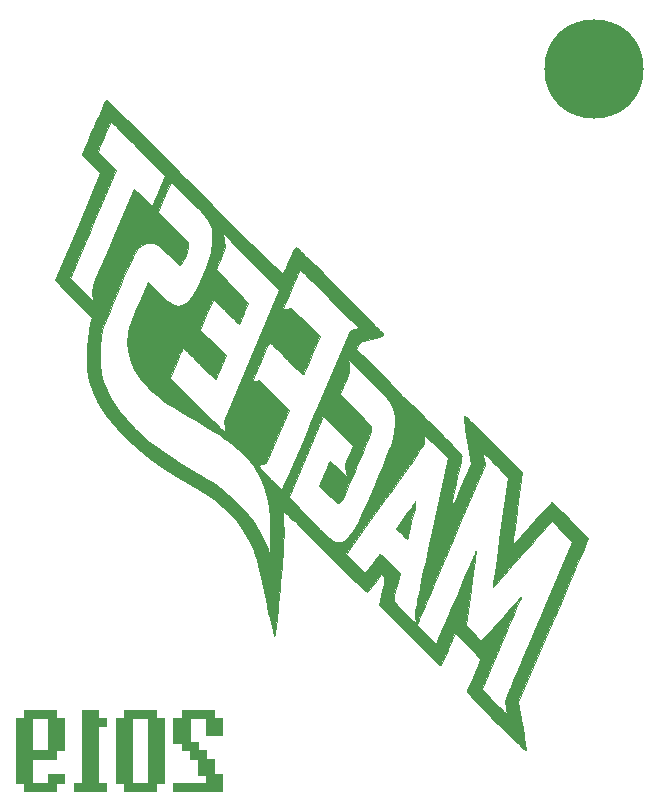
<source format=gbs>
G04 #@! TF.FileFunction,Soldermask,Bot*
%FSLAX46Y46*%
G04 Gerber Fmt 4.6, Leading zero omitted, Abs format (unit mm)*
G04 Created by KiCad (PCBNEW 4.0.2+dfsg1-stable) date Sun 09 Sep 2018 02:34:44 AM EDT*
%MOMM*%
G01*
G04 APERTURE LIST*
%ADD10C,0.100000*%
%ADD11C,0.010000*%
%ADD12C,8.400000*%
G04 APERTURE END LIST*
D10*
D11*
G36*
X91622571Y-91962285D02*
X90933142Y-91962285D01*
X90933142Y-94030571D01*
X91622571Y-94030571D01*
X91622571Y-94683714D01*
X92312000Y-94683714D01*
X92312000Y-95373142D01*
X93001428Y-95373142D01*
X93001428Y-96752000D01*
X93654571Y-96752000D01*
X93654571Y-97405142D01*
X90933142Y-97405142D01*
X90933142Y-98094571D01*
X95033428Y-98094571D01*
X95033428Y-96715714D01*
X94344000Y-96715714D01*
X94344000Y-95373142D01*
X93690857Y-95373142D01*
X93690857Y-94683714D01*
X93001428Y-94683714D01*
X93001428Y-93994285D01*
X92312000Y-93994285D01*
X92312000Y-91962285D01*
X93654571Y-91962285D01*
X93654571Y-93341142D01*
X95033428Y-93341142D01*
X95033428Y-91962285D01*
X94344000Y-91962285D01*
X94344000Y-91272857D01*
X91622571Y-91272857D01*
X91622571Y-91962285D01*
X91622571Y-91962285D01*
G37*
X91622571Y-91962285D02*
X90933142Y-91962285D01*
X90933142Y-94030571D01*
X91622571Y-94030571D01*
X91622571Y-94683714D01*
X92312000Y-94683714D01*
X92312000Y-95373142D01*
X93001428Y-95373142D01*
X93001428Y-96752000D01*
X93654571Y-96752000D01*
X93654571Y-97405142D01*
X90933142Y-97405142D01*
X90933142Y-98094571D01*
X95033428Y-98094571D01*
X95033428Y-96715714D01*
X94344000Y-96715714D01*
X94344000Y-95373142D01*
X93690857Y-95373142D01*
X93690857Y-94683714D01*
X93001428Y-94683714D01*
X93001428Y-93994285D01*
X92312000Y-93994285D01*
X92312000Y-91962285D01*
X93654571Y-91962285D01*
X93654571Y-93341142D01*
X95033428Y-93341142D01*
X95033428Y-91962285D01*
X94344000Y-91962285D01*
X94344000Y-91272857D01*
X91622571Y-91272857D01*
X91622571Y-91962285D01*
G36*
X86724000Y-91962285D02*
X86034571Y-91962285D01*
X86034571Y-97405142D01*
X86724000Y-97405142D01*
X86724000Y-98094571D01*
X89445428Y-98094571D01*
X89445428Y-97405142D01*
X90134857Y-97405142D01*
X90134857Y-91962285D01*
X89445428Y-91962285D01*
X88756000Y-91962285D01*
X88756000Y-97405142D01*
X87413428Y-97405142D01*
X87413428Y-91962285D01*
X88756000Y-91962285D01*
X89445428Y-91962285D01*
X89445428Y-91272857D01*
X86724000Y-91272857D01*
X86724000Y-91962285D01*
X86724000Y-91962285D01*
G37*
X86724000Y-91962285D02*
X86034571Y-91962285D01*
X86034571Y-97405142D01*
X86724000Y-97405142D01*
X86724000Y-98094571D01*
X89445428Y-98094571D01*
X89445428Y-97405142D01*
X90134857Y-97405142D01*
X90134857Y-91962285D01*
X89445428Y-91962285D01*
X88756000Y-91962285D01*
X88756000Y-97405142D01*
X87413428Y-97405142D01*
X87413428Y-91962285D01*
X88756000Y-91962285D01*
X89445428Y-91962285D01*
X89445428Y-91272857D01*
X86724000Y-91272857D01*
X86724000Y-91962285D01*
G36*
X83204285Y-97405142D02*
X82514857Y-97405142D01*
X82514857Y-98094571D01*
X85236285Y-98094571D01*
X85236285Y-97405142D01*
X84546857Y-97405142D01*
X84546857Y-92651714D01*
X85236285Y-92651714D01*
X85236285Y-91962285D01*
X84546857Y-91962285D01*
X84546857Y-91272857D01*
X83204285Y-91272857D01*
X83204285Y-97405142D01*
X83204285Y-97405142D01*
G37*
X83204285Y-97405142D02*
X82514857Y-97405142D01*
X82514857Y-98094571D01*
X85236285Y-98094571D01*
X85236285Y-97405142D01*
X84546857Y-97405142D01*
X84546857Y-92651714D01*
X85236285Y-92651714D01*
X85236285Y-91962285D01*
X84546857Y-91962285D01*
X84546857Y-91272857D01*
X83204285Y-91272857D01*
X83204285Y-97405142D01*
G36*
X78269428Y-91962285D02*
X77580000Y-91962285D01*
X77580000Y-97405142D01*
X78269428Y-97405142D01*
X78269428Y-98094571D01*
X80990857Y-98094571D01*
X80990857Y-97405142D01*
X81680285Y-97405142D01*
X81680285Y-96715714D01*
X80301428Y-96715714D01*
X80301428Y-97405142D01*
X78958857Y-97405142D01*
X78958857Y-95373142D01*
X80990857Y-95373142D01*
X80990857Y-94683714D01*
X81680285Y-94683714D01*
X81680285Y-91962285D01*
X80990857Y-91962285D01*
X80301428Y-91962285D01*
X80301428Y-94683714D01*
X78958857Y-94683714D01*
X78958857Y-91962285D01*
X80301428Y-91962285D01*
X80990857Y-91962285D01*
X80990857Y-91272857D01*
X78269428Y-91272857D01*
X78269428Y-91962285D01*
X78269428Y-91962285D01*
G37*
X78269428Y-91962285D02*
X77580000Y-91962285D01*
X77580000Y-97405142D01*
X78269428Y-97405142D01*
X78269428Y-98094571D01*
X80990857Y-98094571D01*
X80990857Y-97405142D01*
X81680285Y-97405142D01*
X81680285Y-96715714D01*
X80301428Y-96715714D01*
X80301428Y-97405142D01*
X78958857Y-97405142D01*
X78958857Y-95373142D01*
X80990857Y-95373142D01*
X80990857Y-94683714D01*
X81680285Y-94683714D01*
X81680285Y-91962285D01*
X80990857Y-91962285D01*
X80301428Y-91962285D01*
X80301428Y-94683714D01*
X78958857Y-94683714D01*
X78958857Y-91962285D01*
X80301428Y-91962285D01*
X80990857Y-91962285D01*
X80990857Y-91272857D01*
X78269428Y-91272857D01*
X78269428Y-91962285D01*
G36*
X124126996Y-74795113D02*
X123773128Y-74449284D01*
X123463997Y-74152652D01*
X123212917Y-73917807D01*
X123033208Y-73757329D01*
X122938185Y-73683806D01*
X122928223Y-73680578D01*
X122864486Y-73737269D01*
X122717465Y-73889930D01*
X122499355Y-74125212D01*
X122222353Y-74429766D01*
X121898650Y-74790243D01*
X121540442Y-75193295D01*
X121372578Y-75383483D01*
X120997680Y-75808518D01*
X120647825Y-76203988D01*
X120336116Y-76555168D01*
X120075663Y-76847334D01*
X119879575Y-77065758D01*
X119760957Y-77195717D01*
X119738232Y-77219538D01*
X119704669Y-77235123D01*
X119684451Y-77194703D01*
X119678634Y-77087664D01*
X119688274Y-76903396D01*
X119714427Y-76631284D01*
X119758152Y-76260716D01*
X119820503Y-75781081D01*
X119902538Y-75181765D01*
X120005312Y-74452156D01*
X120033249Y-74256004D01*
X120477417Y-71142692D01*
X118103641Y-68770488D01*
X117617551Y-68286361D01*
X117160662Y-67834476D01*
X116743599Y-67425115D01*
X116376988Y-67068562D01*
X116071455Y-66775101D01*
X115837624Y-66555013D01*
X115686121Y-66418585D01*
X115629373Y-66375902D01*
X115526033Y-66413189D01*
X115502661Y-66464596D01*
X115507073Y-66563473D01*
X115532885Y-66785507D01*
X115577259Y-67110753D01*
X115637359Y-67519264D01*
X115710347Y-67991094D01*
X115791624Y-68495587D01*
X116106809Y-70415502D01*
X115314663Y-72276169D01*
X115106824Y-72759638D01*
X114915221Y-73196359D01*
X114747624Y-73569331D01*
X114611803Y-73861558D01*
X114515527Y-74056042D01*
X114466567Y-74135784D01*
X114464148Y-74136837D01*
X114442840Y-74138962D01*
X114427105Y-74135476D01*
X114419669Y-74111587D01*
X114423257Y-74052503D01*
X114440591Y-73943431D01*
X114474396Y-73769581D01*
X114527394Y-73516161D01*
X114602312Y-73168377D01*
X114701872Y-72711438D01*
X114828798Y-72130554D01*
X114859398Y-71990458D01*
X114975268Y-71455762D01*
X115080817Y-70960854D01*
X115172009Y-70525284D01*
X115244809Y-70168605D01*
X115295179Y-69910369D01*
X115319083Y-69770126D01*
X115320371Y-69757354D01*
X115316870Y-69712332D01*
X115295539Y-69656386D01*
X115247903Y-69580421D01*
X115165486Y-69475335D01*
X115039815Y-69332032D01*
X114862414Y-69141417D01*
X114624808Y-68894389D01*
X114318521Y-68581851D01*
X113935080Y-68194708D01*
X113466007Y-67723859D01*
X112902830Y-67160208D01*
X112875459Y-67132837D01*
X112352770Y-66612013D01*
X111872674Y-66137301D01*
X111443878Y-65717090D01*
X111075091Y-65359765D01*
X110775023Y-65073719D01*
X110552380Y-64867338D01*
X110415872Y-64749011D01*
X110374344Y-64723546D01*
X110309795Y-64699344D01*
X110206177Y-64571799D01*
X110180686Y-64532336D01*
X110095475Y-64426072D01*
X109920110Y-64231282D01*
X109667576Y-63961558D01*
X109350858Y-63630497D01*
X108982939Y-63251694D01*
X108576804Y-62838746D01*
X108229528Y-62489354D01*
X106426116Y-60683494D01*
X106701076Y-60068755D01*
X107672433Y-59828896D01*
X108029390Y-59734792D01*
X108333817Y-59643279D01*
X108558604Y-59563351D01*
X108676640Y-59504009D01*
X108686923Y-59492185D01*
X108681241Y-59459126D01*
X108641897Y-59396082D01*
X108562536Y-59296448D01*
X108436795Y-59153617D01*
X108258314Y-58960986D01*
X108020734Y-58711948D01*
X107717694Y-58399898D01*
X107342835Y-58018230D01*
X106889796Y-57560340D01*
X106352218Y-57019622D01*
X105723741Y-56389472D01*
X105057761Y-55723036D01*
X104350978Y-55016583D01*
X103739466Y-54406266D01*
X103216143Y-53885308D01*
X102773929Y-53446934D01*
X102405741Y-53084368D01*
X102104499Y-52790835D01*
X101863122Y-52559560D01*
X101674527Y-52383766D01*
X101531634Y-52256680D01*
X101427362Y-52171524D01*
X101354629Y-52121523D01*
X101306353Y-52099902D01*
X101275455Y-52099886D01*
X101272377Y-52101103D01*
X101205308Y-52182582D01*
X101095688Y-52373588D01*
X100956297Y-52649464D01*
X100799915Y-52985555D01*
X100720541Y-53165713D01*
X100563339Y-53528560D01*
X100423263Y-53850851D01*
X100311951Y-54105887D01*
X100241040Y-54266967D01*
X100224939Y-54302712D01*
X100213440Y-54315853D01*
X100192025Y-54316722D01*
X100155762Y-54300503D01*
X100099719Y-54262385D01*
X100018964Y-54197551D01*
X99908565Y-54101189D01*
X99763591Y-53968484D01*
X99579107Y-53794623D01*
X99350183Y-53574791D01*
X99071888Y-53304175D01*
X98739288Y-52977960D01*
X98347452Y-52591332D01*
X97891447Y-52139478D01*
X97366342Y-51617584D01*
X96767205Y-51020835D01*
X96089103Y-50344418D01*
X95327104Y-49583518D01*
X94476277Y-48733322D01*
X93531689Y-47789015D01*
X92721813Y-46979191D01*
X91679338Y-45936968D01*
X90734698Y-44993143D01*
X89883338Y-44143241D01*
X89120700Y-43382790D01*
X88442227Y-42707317D01*
X87843362Y-42112348D01*
X87319550Y-41593411D01*
X86866232Y-41146031D01*
X86478854Y-40765737D01*
X86152856Y-40448055D01*
X85883684Y-40188512D01*
X85666779Y-39982635D01*
X85497586Y-39825951D01*
X85371547Y-39713986D01*
X85284107Y-39642268D01*
X85230706Y-39606323D01*
X85206791Y-39601678D01*
X85206554Y-39601902D01*
X85163523Y-39681884D01*
X85072621Y-39876272D01*
X84942205Y-40165664D01*
X84780630Y-40530657D01*
X84596253Y-40951848D01*
X84397430Y-41409835D01*
X84192517Y-41885215D01*
X83989868Y-42358583D01*
X83797843Y-42810539D01*
X83624794Y-43221680D01*
X83479080Y-43572600D01*
X83369056Y-43843900D01*
X83303077Y-44016175D01*
X83294014Y-44042833D01*
X83225544Y-44256601D01*
X84747873Y-45778930D01*
X82813376Y-50335875D01*
X80878880Y-54892821D01*
X82456685Y-56497734D01*
X84034489Y-58102647D01*
X83889946Y-58613975D01*
X83758939Y-59194236D01*
X83660101Y-59871875D01*
X83596573Y-60602058D01*
X83571496Y-61339950D01*
X83588014Y-62040719D01*
X83621428Y-62445096D01*
X83797921Y-63389016D01*
X84116467Y-64336598D01*
X84574149Y-65284439D01*
X85168054Y-66229132D01*
X85895261Y-67167273D01*
X86752855Y-68095457D01*
X87737920Y-69010279D01*
X88847539Y-69908334D01*
X90078794Y-70786217D01*
X91428769Y-71640523D01*
X91570535Y-71724733D01*
X92002773Y-71980228D01*
X92456409Y-72248723D01*
X92890410Y-72505907D01*
X93263739Y-72727470D01*
X93433128Y-72828186D01*
X94464889Y-73523662D01*
X95395261Y-74319646D01*
X96218876Y-75210124D01*
X96930363Y-76189085D01*
X97524351Y-77250516D01*
X97676338Y-77578489D01*
X97760045Y-77797028D01*
X97856350Y-78105421D01*
X97967493Y-78512637D01*
X98095714Y-79027644D01*
X98243253Y-79659410D01*
X98412353Y-80416903D01*
X98586186Y-81219891D01*
X98725593Y-81867068D01*
X98857249Y-82470172D01*
X98977799Y-83014418D01*
X99083891Y-83485026D01*
X99172169Y-83867217D01*
X99239279Y-84146207D01*
X99281866Y-84307216D01*
X99294550Y-84341376D01*
X99342421Y-84443181D01*
X99386886Y-84617825D01*
X99387862Y-84623125D01*
X99437239Y-84870159D01*
X99473341Y-84977203D01*
X99502161Y-84948129D01*
X99529693Y-84786801D01*
X99537816Y-84719936D01*
X99568358Y-84501061D01*
X99598994Y-84349482D01*
X99614383Y-84309817D01*
X99628525Y-84231586D01*
X99652694Y-84025281D01*
X99685461Y-83707515D01*
X99725396Y-83294903D01*
X99771072Y-82804063D01*
X99821061Y-82251607D01*
X99873933Y-81654150D01*
X99928262Y-81028308D01*
X99982618Y-80390697D01*
X100035574Y-79757931D01*
X100085701Y-79146624D01*
X100097672Y-78997028D01*
X99047939Y-77947296D01*
X99015774Y-77942585D01*
X98968213Y-77835919D01*
X98895197Y-77620100D01*
X98696281Y-77107154D01*
X98417669Y-76526595D01*
X98079036Y-75916611D01*
X97733530Y-75365471D01*
X97543181Y-75088331D01*
X97354319Y-74837374D01*
X97143754Y-74585779D01*
X96888304Y-74306726D01*
X96564780Y-73973391D01*
X96304857Y-73712774D01*
X95880215Y-73297450D01*
X95499790Y-72945945D01*
X95137018Y-72638680D01*
X94765326Y-72356076D01*
X94358148Y-72078554D01*
X93888914Y-71786535D01*
X93331056Y-71460441D01*
X92972037Y-71256771D01*
X91476095Y-70365787D01*
X90099760Y-69443109D01*
X88818231Y-68471640D01*
X88257839Y-68007172D01*
X87997109Y-67767467D01*
X87675223Y-67445114D01*
X87320864Y-67071461D01*
X86962722Y-66677856D01*
X86629480Y-66295646D01*
X86349825Y-65956178D01*
X86198136Y-65756352D01*
X85675307Y-64967063D01*
X85273543Y-64214238D01*
X84983903Y-63469795D01*
X84797451Y-62705653D01*
X84705250Y-61893727D01*
X84697213Y-61040152D01*
X84736729Y-60321375D01*
X84809709Y-59700579D01*
X84923410Y-59132990D01*
X85085087Y-58573833D01*
X85107795Y-58505947D01*
X85200858Y-58250821D01*
X85340571Y-57893600D01*
X85351588Y-57866376D01*
X84126433Y-56641221D01*
X83159005Y-55679291D01*
X82191576Y-54717361D01*
X82300256Y-54434094D01*
X82347276Y-54318842D01*
X82446133Y-54082243D01*
X82591683Y-53736441D01*
X82778782Y-53293580D01*
X83002285Y-52765804D01*
X83257050Y-52165255D01*
X83537933Y-51504078D01*
X83839789Y-50794416D01*
X84157474Y-50048414D01*
X84238632Y-49857974D01*
X86068329Y-45565122D01*
X85295303Y-44789491D01*
X84522277Y-44013861D01*
X84598761Y-43808108D01*
X84656934Y-43661554D01*
X84754835Y-43425256D01*
X84881116Y-43125605D01*
X85024431Y-42788992D01*
X85173432Y-42441811D01*
X85316774Y-42110451D01*
X85443108Y-41821304D01*
X85541087Y-41600762D01*
X85599366Y-41475217D01*
X85609800Y-41456548D01*
X85664553Y-41501009D01*
X85811326Y-41638207D01*
X86039753Y-41857997D01*
X86339473Y-42150240D01*
X86700121Y-42504793D01*
X87111331Y-42911513D01*
X87562740Y-43360258D01*
X87938675Y-43735525D01*
X90242601Y-46039451D01*
X89727700Y-47243629D01*
X89560120Y-47635483D01*
X89411047Y-47983941D01*
X89290375Y-48265887D01*
X89208002Y-48458198D01*
X89174841Y-48535409D01*
X89132946Y-48545515D01*
X89035161Y-48487159D01*
X88869811Y-48350862D01*
X88625217Y-48127144D01*
X88356451Y-47870966D01*
X87576020Y-47118920D01*
X85799345Y-51294871D01*
X85436002Y-52148817D01*
X85125273Y-52880514D01*
X84863275Y-53501404D01*
X84646123Y-54022935D01*
X84469935Y-54456551D01*
X84330825Y-54813698D01*
X84224913Y-55105820D01*
X84148312Y-55344362D01*
X84097140Y-55540771D01*
X84067513Y-55706491D01*
X84055547Y-55852966D01*
X84057359Y-55991644D01*
X84069066Y-56133968D01*
X84086783Y-56291384D01*
X84091098Y-56329148D01*
X84126433Y-56641221D01*
X85351588Y-57866376D01*
X85518762Y-57453266D01*
X85727260Y-56948796D01*
X85957894Y-56399169D01*
X86202494Y-55823363D01*
X86452887Y-55240359D01*
X86700904Y-54669133D01*
X86938371Y-54128666D01*
X87157120Y-53637936D01*
X87348978Y-53215922D01*
X87505775Y-52881603D01*
X87619339Y-52653957D01*
X87654431Y-52590921D01*
X87965158Y-52155896D01*
X88295316Y-51862752D01*
X88649360Y-51709004D01*
X89031747Y-51692164D01*
X89204315Y-51725956D01*
X89317549Y-51764269D01*
X89438511Y-51828588D01*
X89585801Y-51933618D01*
X89778016Y-52094068D01*
X90033755Y-52324643D01*
X90371614Y-52640051D01*
X90430530Y-52695591D01*
X91382114Y-53593432D01*
X91541995Y-53466470D01*
X91676887Y-53304727D01*
X91822680Y-53044687D01*
X91961135Y-52730241D01*
X92074019Y-52405277D01*
X92143094Y-52113687D01*
X92155655Y-51989523D01*
X92165389Y-51656973D01*
X90884929Y-50376513D01*
X89604469Y-49096054D01*
X90152666Y-47822541D01*
X90700863Y-46549029D01*
X92181002Y-48001903D01*
X92709867Y-48525591D01*
X93141311Y-48967655D01*
X93484782Y-49344685D01*
X93749730Y-49673267D01*
X93945602Y-49969989D01*
X94081845Y-50251440D01*
X94167911Y-50534207D01*
X94213246Y-50834877D01*
X94227299Y-51170040D01*
X94219519Y-51556282D01*
X94218649Y-51579233D01*
X94195932Y-51911088D01*
X94149069Y-52229592D01*
X94069374Y-52573921D01*
X93948166Y-52983251D01*
X93824586Y-53357081D01*
X93594442Y-53988341D01*
X93339085Y-54609742D01*
X93071171Y-55195057D01*
X92803355Y-55718058D01*
X92548293Y-56152518D01*
X92325358Y-56464153D01*
X91990074Y-56794676D01*
X91648452Y-56982077D01*
X91294949Y-57028370D01*
X90974400Y-56955802D01*
X90828878Y-56893205D01*
X90683565Y-56810243D01*
X90517868Y-56690746D01*
X90311196Y-56518544D01*
X90042955Y-56277466D01*
X89692552Y-55951340D01*
X89678579Y-55938217D01*
X88739156Y-55055734D01*
X88057444Y-56661675D01*
X87796370Y-57279975D01*
X87587332Y-57784427D01*
X87423695Y-58193935D01*
X87298821Y-58527408D01*
X87206076Y-58803750D01*
X87138825Y-59041869D01*
X87090430Y-59260672D01*
X87054258Y-59479064D01*
X87044890Y-59546641D01*
X87022683Y-60147953D01*
X87100724Y-60814312D01*
X87271881Y-61513111D01*
X87529024Y-62211741D01*
X87712580Y-62599803D01*
X87855863Y-62851461D01*
X88032936Y-63105944D01*
X88266756Y-63393071D01*
X88580279Y-63742662D01*
X88651407Y-63819308D01*
X88964137Y-64145089D01*
X89268956Y-64438460D01*
X89584196Y-64712678D01*
X89928193Y-64981004D01*
X90319284Y-65256695D01*
X90775802Y-65553014D01*
X91316082Y-65883217D01*
X91958460Y-66260566D01*
X92297602Y-66456105D01*
X93065729Y-66899714D01*
X93721406Y-67285289D01*
X94280049Y-67623471D01*
X94757079Y-67924897D01*
X95167914Y-68200205D01*
X95527974Y-68460034D01*
X95852676Y-68715024D01*
X96157439Y-68975810D01*
X96457683Y-69253034D01*
X96715770Y-69504495D01*
X97057042Y-69846820D01*
X97314629Y-70116096D01*
X97510611Y-70338677D01*
X97667066Y-70540916D01*
X97806072Y-70749167D01*
X97926466Y-70949678D01*
X98304151Y-71671244D01*
X98604520Y-72413767D01*
X98832412Y-73198941D01*
X98992668Y-74048458D01*
X99090128Y-74984009D01*
X99129633Y-76027289D01*
X99130953Y-76347708D01*
X99127339Y-76787685D01*
X99119329Y-77186143D01*
X99107820Y-77516923D01*
X99093716Y-77753866D01*
X99078552Y-77868833D01*
X99047939Y-77947296D01*
X100097672Y-78997028D01*
X100131570Y-78573393D01*
X100171754Y-78054853D01*
X100204825Y-77607617D01*
X100229355Y-77248301D01*
X100243913Y-76993520D01*
X100244579Y-76978720D01*
X100256119Y-76527909D01*
X100256640Y-76013594D01*
X100246502Y-75516965D01*
X100237141Y-75292738D01*
X100221530Y-74955541D01*
X100211990Y-74673308D01*
X100209310Y-74476476D01*
X100213879Y-74396214D01*
X100268055Y-74434500D01*
X100412601Y-74564434D01*
X100635663Y-74774618D01*
X100925391Y-75053658D01*
X101269933Y-75390158D01*
X101657438Y-75772725D01*
X101992844Y-76106719D01*
X102846792Y-76959882D01*
X103604267Y-77715777D01*
X104271149Y-78380048D01*
X104853319Y-78958337D01*
X105356654Y-79456288D01*
X105787035Y-79879542D01*
X106150342Y-80233744D01*
X106452454Y-80524534D01*
X106699251Y-80757558D01*
X106896612Y-80938457D01*
X107050416Y-81072873D01*
X107166545Y-81166451D01*
X107250877Y-81224832D01*
X107309292Y-81253660D01*
X107347668Y-81258577D01*
X107357751Y-81255562D01*
X107439611Y-81181021D01*
X107582267Y-81015875D01*
X107763858Y-80788825D01*
X107962517Y-80528570D01*
X108156382Y-80263811D01*
X108323588Y-80023248D01*
X108442270Y-79835580D01*
X108450277Y-79821457D01*
X108513541Y-79761128D01*
X108605010Y-79804958D01*
X108682495Y-79878864D01*
X108743549Y-79950298D01*
X108780320Y-80030870D01*
X108791078Y-80144076D01*
X108774095Y-80313408D01*
X108727640Y-80562363D01*
X108649985Y-80914434D01*
X108585758Y-81193311D01*
X108321186Y-82335127D01*
X110885489Y-84926039D01*
X111474353Y-85520287D01*
X111969866Y-86018469D01*
X112380125Y-86428323D01*
X112713225Y-86757585D01*
X112977262Y-87013993D01*
X113180331Y-87205285D01*
X113330527Y-87339197D01*
X113435948Y-87423466D01*
X113504687Y-87465830D01*
X113544842Y-87474027D01*
X113549805Y-87472407D01*
X113607662Y-87394454D01*
X113710208Y-87203313D01*
X113847247Y-86920165D01*
X114008580Y-86566185D01*
X114184009Y-86162550D01*
X114208963Y-86103641D01*
X114768106Y-84779419D01*
X115837337Y-85820853D01*
X116159173Y-86138007D01*
X116442068Y-86423834D01*
X116670514Y-86662078D01*
X116829000Y-86836489D01*
X116902019Y-86930809D01*
X116905102Y-86939934D01*
X116877113Y-87028011D01*
X116800029Y-87227274D01*
X116682748Y-87515860D01*
X116534168Y-87871901D01*
X116363190Y-88273534D01*
X116347864Y-88309175D01*
X116174378Y-88716890D01*
X116021832Y-89084032D01*
X115899370Y-89387890D01*
X115816134Y-89605751D01*
X115781265Y-89714901D01*
X115780876Y-89717844D01*
X115800704Y-89769446D01*
X115870911Y-89866109D01*
X115998516Y-90015231D01*
X116190538Y-90224216D01*
X116453997Y-90500464D01*
X116795911Y-90851377D01*
X117223301Y-91284356D01*
X117743185Y-91806803D01*
X118111774Y-92175629D01*
X118596626Y-92658900D01*
X119053778Y-93112078D01*
X119472260Y-93524470D01*
X119841103Y-93885378D01*
X120149336Y-94184105D01*
X120385991Y-94409953D01*
X120540094Y-94552227D01*
X120596764Y-94598795D01*
X120739640Y-94681248D01*
X120742765Y-94452793D01*
X120731734Y-94319492D01*
X120699072Y-94065632D01*
X120648112Y-93713634D01*
X120582191Y-93285920D01*
X120533601Y-92984537D01*
X119128803Y-91579739D01*
X119069119Y-91542691D01*
X118924727Y-91415678D01*
X118711278Y-91213594D01*
X118444423Y-90951331D01*
X118139812Y-90643780D01*
X118069864Y-90572116D01*
X117049236Y-89523704D01*
X118695269Y-85648705D01*
X118995529Y-84940664D01*
X119278123Y-84271987D01*
X119538037Y-83654693D01*
X119770259Y-83100796D01*
X119969775Y-82622312D01*
X120131572Y-82231259D01*
X120250636Y-81939652D01*
X120321957Y-81759506D01*
X120341302Y-81703182D01*
X120301667Y-81712911D01*
X120199992Y-81813965D01*
X120113605Y-81916260D01*
X120001551Y-82047938D01*
X119807256Y-82267765D01*
X119547182Y-82557475D01*
X119237793Y-82898802D01*
X118895550Y-83273480D01*
X118630627Y-83561680D01*
X118277121Y-83946397D01*
X117946435Y-84308541D01*
X117654502Y-84630489D01*
X117417252Y-84894617D01*
X117250619Y-85083296D01*
X117181026Y-85165367D01*
X116986708Y-85407233D01*
X115681265Y-84099501D01*
X116099578Y-81064084D01*
X116208307Y-80275895D01*
X116298722Y-79620527D01*
X116372003Y-79086973D01*
X116429327Y-78664225D01*
X116471874Y-78341278D01*
X116500821Y-78107122D01*
X116517349Y-77950751D01*
X116522636Y-77861160D01*
X116517860Y-77827340D01*
X116504199Y-77838284D01*
X116482834Y-77882983D01*
X116454942Y-77950434D01*
X116425454Y-78020984D01*
X116374033Y-78141121D01*
X116271551Y-78381444D01*
X116123707Y-78728555D01*
X115936202Y-79169057D01*
X115714739Y-79689551D01*
X115465015Y-80276641D01*
X115192736Y-80916928D01*
X114903599Y-81597016D01*
X114750568Y-81957029D01*
X114458901Y-82642515D01*
X114184044Y-83287108D01*
X113931257Y-83878571D01*
X113705796Y-84404671D01*
X113512918Y-84853170D01*
X113357883Y-85211836D01*
X113245946Y-85468430D01*
X113182365Y-85610719D01*
X113169721Y-85636045D01*
X113111139Y-85597806D01*
X112968844Y-85472860D01*
X112760906Y-85277975D01*
X112505392Y-85029922D01*
X112341773Y-84867557D01*
X111543555Y-84069340D01*
X111565280Y-84014090D01*
X111433631Y-83882441D01*
X111372720Y-83846220D01*
X111227084Y-83721989D01*
X111013666Y-83525325D01*
X110749409Y-83271805D01*
X110479525Y-83005310D01*
X110148146Y-82671925D01*
X109907300Y-82423255D01*
X109743350Y-82242947D01*
X109642657Y-82114648D01*
X109591584Y-82022004D01*
X109576493Y-81948664D01*
X109577273Y-81923452D01*
X109598091Y-81795842D01*
X109646272Y-81556811D01*
X109715491Y-81236116D01*
X109799424Y-80863517D01*
X109837777Y-80697701D01*
X110084802Y-79638076D01*
X109251872Y-78803245D01*
X108922719Y-78477235D01*
X108680602Y-78247378D01*
X108513721Y-78103540D01*
X108410270Y-78035585D01*
X108358451Y-78033379D01*
X108357027Y-78034787D01*
X108294178Y-78116793D01*
X108166616Y-78293537D01*
X107991992Y-78540249D01*
X107787957Y-78832158D01*
X107755579Y-78878784D01*
X107511547Y-79222920D01*
X107334217Y-79454228D01*
X107214430Y-79583628D01*
X107143028Y-79622033D01*
X107133873Y-79619812D01*
X107056758Y-79556881D01*
X106899516Y-79408159D01*
X106681990Y-79193083D01*
X106424020Y-78931088D01*
X106298797Y-78801788D01*
X105545893Y-78020361D01*
X106113254Y-77230610D01*
X105628128Y-76745485D01*
X105477159Y-76889076D01*
X105349478Y-76971552D01*
X105210469Y-77018267D01*
X105126103Y-77036098D01*
X104939028Y-77065007D01*
X104772822Y-77066640D01*
X104611015Y-77030383D01*
X104437137Y-76945623D01*
X104234715Y-76801746D01*
X103987279Y-76588142D01*
X103678360Y-76294193D01*
X103291485Y-75909291D01*
X103139350Y-75755906D01*
X102756194Y-75366050D01*
X102361861Y-74959803D01*
X101983840Y-74565844D01*
X101649623Y-74212845D01*
X101386701Y-73929482D01*
X101356048Y-73895789D01*
X100721580Y-73196048D01*
X100723518Y-73191483D01*
X100134700Y-72602666D01*
X100077159Y-72562698D01*
X99933426Y-72434386D01*
X99719294Y-72232663D01*
X99450559Y-71972453D01*
X99143015Y-71668689D01*
X99079475Y-71605260D01*
X98768938Y-71291934D01*
X98499064Y-71014280D01*
X98284777Y-70788101D01*
X98140998Y-70629196D01*
X98082650Y-70553368D01*
X98082510Y-70549596D01*
X98095349Y-70544159D01*
X95318650Y-67767460D01*
X95261546Y-67726151D01*
X95112545Y-67591855D01*
X94882007Y-67374592D01*
X94580289Y-67084383D01*
X94217746Y-66731248D01*
X93804741Y-66325209D01*
X93351628Y-65876285D01*
X92954383Y-65480167D01*
X90626655Y-63152440D01*
X91121714Y-61979736D01*
X91286749Y-61589444D01*
X91435145Y-61239714D01*
X91556476Y-60955018D01*
X91640317Y-60759830D01*
X91673558Y-60684214D01*
X91696219Y-60652970D01*
X91733910Y-60648736D01*
X91798474Y-60681861D01*
X91901752Y-60762690D01*
X92055590Y-60901572D01*
X92271830Y-61108854D01*
X92562314Y-61394885D01*
X92938887Y-61770010D01*
X93095700Y-61926751D01*
X93459398Y-62287680D01*
X93789528Y-62610007D01*
X94072389Y-62880780D01*
X94294278Y-63087046D01*
X94441491Y-63215854D01*
X94500250Y-63254327D01*
X94540637Y-63177337D01*
X94625574Y-62990684D01*
X94744268Y-62718881D01*
X94885921Y-62386441D01*
X94955279Y-62221198D01*
X95371114Y-61225851D01*
X93196883Y-59051620D01*
X93725051Y-57811971D01*
X93893288Y-57416915D01*
X94041863Y-57067673D01*
X94161415Y-56786272D01*
X94242588Y-56594743D01*
X94275888Y-56515443D01*
X94331242Y-56547311D01*
X94473237Y-56668569D01*
X94686719Y-56865148D01*
X94956531Y-57122979D01*
X95267518Y-57427992D01*
X95385955Y-57545959D01*
X95761880Y-57919342D01*
X96048239Y-58197265D01*
X96255734Y-58389211D01*
X96395068Y-58504663D01*
X96476943Y-58553105D01*
X96512061Y-58544017D01*
X96512135Y-58543848D01*
X96554253Y-58445732D01*
X96641042Y-58242938D01*
X96760183Y-57964273D01*
X96899354Y-57638547D01*
X96911343Y-57610478D01*
X97271768Y-56766614D01*
X95894845Y-55362402D01*
X94517920Y-53958189D01*
X94915951Y-53028916D01*
X95313980Y-52099644D01*
X95211364Y-51501592D01*
X95108748Y-50903542D01*
X97498679Y-53320159D01*
X99888611Y-55736777D01*
X95188803Y-66806376D01*
X95271997Y-67266701D01*
X95309574Y-67509473D01*
X95325899Y-67690803D01*
X95318650Y-67767460D01*
X98095349Y-70544159D01*
X98164020Y-70515081D01*
X98338096Y-70460453D01*
X98449636Y-70429222D01*
X98787413Y-70338197D01*
X100696585Y-65832902D01*
X98203647Y-63339963D01*
X97912878Y-63414938D01*
X97735078Y-63443775D01*
X97633739Y-63427174D01*
X97624568Y-63408865D01*
X97652931Y-63310904D01*
X97729371Y-63107252D01*
X97844351Y-62820052D01*
X97988331Y-62471450D01*
X98151773Y-62083591D01*
X98325140Y-61678620D01*
X98498893Y-61278679D01*
X98663495Y-60905915D01*
X98809405Y-60582471D01*
X98927087Y-60330494D01*
X99007003Y-60172127D01*
X99037871Y-60127638D01*
X99102608Y-60176990D01*
X99255739Y-60316244D01*
X99483509Y-60532194D01*
X99772160Y-60811631D01*
X100107935Y-61141350D01*
X100477075Y-61508143D01*
X100504701Y-61535758D01*
X100921786Y-61952137D01*
X101248349Y-62275629D01*
X101496029Y-62516448D01*
X101676468Y-62684802D01*
X101801304Y-62790907D01*
X101882180Y-62844973D01*
X101930734Y-62857210D01*
X101958608Y-62837833D01*
X101968304Y-62819755D01*
X102011840Y-62719265D01*
X102103313Y-62505966D01*
X102233851Y-62200613D01*
X102394588Y-61823963D01*
X102576655Y-61396771D01*
X102674966Y-61165892D01*
X103326147Y-59636154D01*
X100894426Y-57204433D01*
X100573798Y-57294332D01*
X100375364Y-57340574D01*
X100242068Y-57354174D01*
X100216176Y-57347236D01*
X100234991Y-57275911D01*
X100301984Y-57093256D01*
X100408018Y-56821287D01*
X100543950Y-56482019D01*
X100700641Y-56097468D01*
X100868952Y-55689648D01*
X101039740Y-55280576D01*
X101203868Y-54892267D01*
X101352194Y-54546736D01*
X101475579Y-54265999D01*
X101564881Y-54072071D01*
X101610962Y-53986967D01*
X101611473Y-53986434D01*
X101667857Y-54029391D01*
X101816564Y-54165559D01*
X102047595Y-54385205D01*
X102350949Y-54678599D01*
X102716630Y-55036010D01*
X103134639Y-55447705D01*
X103594973Y-55903955D01*
X104087638Y-56395029D01*
X104134063Y-56441441D01*
X106622861Y-58930240D01*
X106243429Y-59038308D01*
X105863998Y-59146376D01*
X103013804Y-65860066D01*
X102616490Y-66795565D01*
X102235052Y-67692940D01*
X101873321Y-68543219D01*
X101535129Y-69337425D01*
X101224310Y-70066583D01*
X100944695Y-70721719D01*
X100700116Y-71293858D01*
X100494407Y-71774026D01*
X100331398Y-72153245D01*
X100214923Y-72422544D01*
X100148814Y-72572945D01*
X100134700Y-72602666D01*
X100723518Y-73191483D01*
X103610393Y-66386184D01*
X106100410Y-68876202D01*
X105764838Y-69652780D01*
X105621900Y-69988331D01*
X105530144Y-70230547D01*
X105482549Y-70419058D01*
X105472094Y-70593488D01*
X105491757Y-70793466D01*
X105525401Y-71004131D01*
X105621535Y-71578903D01*
X104916293Y-70873661D01*
X104658188Y-70620816D01*
X104437006Y-70414069D01*
X104272227Y-70270879D01*
X104183335Y-70208706D01*
X104174251Y-70208593D01*
X104134956Y-70286404D01*
X104051108Y-70474140D01*
X103933275Y-70747455D01*
X103792021Y-71082006D01*
X103716080Y-71264237D01*
X103294709Y-72279707D01*
X104013845Y-73027389D01*
X104334805Y-73356059D01*
X104575546Y-73585471D01*
X104752821Y-73724360D01*
X104883384Y-73781460D01*
X104983989Y-73765507D01*
X105071391Y-73685234D01*
X105126122Y-73607267D01*
X105180984Y-73499536D01*
X105284161Y-73275478D01*
X105428128Y-72952739D01*
X105605360Y-72548965D01*
X105808335Y-72081800D01*
X106029525Y-71568889D01*
X106261405Y-71027877D01*
X106496454Y-70476409D01*
X106727143Y-69932131D01*
X106945949Y-69412688D01*
X107145346Y-68935725D01*
X107317812Y-68518887D01*
X107455819Y-68179819D01*
X107551844Y-67936166D01*
X107593447Y-67821594D01*
X107641566Y-67670143D01*
X107670278Y-67542266D01*
X107669941Y-67422591D01*
X107630915Y-67295747D01*
X107543559Y-67146363D01*
X107398232Y-66959070D01*
X107185294Y-66718495D01*
X106895103Y-66409269D01*
X106518019Y-66016019D01*
X106354162Y-65845745D01*
X105048995Y-64489263D01*
X105461281Y-63515271D01*
X105621489Y-63133643D01*
X105731424Y-62854682D01*
X105797888Y-62647603D01*
X105827685Y-62481622D01*
X105827620Y-62325957D01*
X105804494Y-62149824D01*
X105786387Y-62044326D01*
X105699207Y-61547374D01*
X107380904Y-63201200D01*
X107845985Y-63661961D01*
X108264534Y-64083300D01*
X108625156Y-64453368D01*
X108916460Y-64760310D01*
X109127053Y-64992278D01*
X109245542Y-65137418D01*
X109253613Y-65149332D01*
X109531537Y-65710512D01*
X109685017Y-66344865D01*
X109713999Y-67050776D01*
X109618427Y-67826627D01*
X109398249Y-68670800D01*
X109374283Y-68744152D01*
X109312146Y-68912031D01*
X109199737Y-69195680D01*
X109044431Y-69577666D01*
X108853608Y-70040558D01*
X108634643Y-70566922D01*
X108394910Y-71139326D01*
X108141789Y-71740336D01*
X107882656Y-72352521D01*
X107624885Y-72958447D01*
X107375855Y-73540682D01*
X107142941Y-74081793D01*
X106933521Y-74564347D01*
X106754970Y-74970912D01*
X106614665Y-75284053D01*
X106530688Y-75464370D01*
X106142666Y-76128907D01*
X105837006Y-76515423D01*
X105628128Y-76745485D01*
X106113254Y-77230610D01*
X108870922Y-73392010D01*
X109481011Y-72543238D01*
X110012311Y-71804240D01*
X110470098Y-71166474D01*
X110859643Y-70621391D01*
X111186221Y-70160445D01*
X111455105Y-69775093D01*
X111671569Y-69456785D01*
X111840887Y-69196978D01*
X111968333Y-68987125D01*
X112059178Y-68818681D01*
X112118700Y-68683099D01*
X112152169Y-68571832D01*
X112164860Y-68476336D01*
X112162046Y-68388065D01*
X112149002Y-68298472D01*
X112131001Y-68199011D01*
X112119519Y-68127650D01*
X112084767Y-67888120D01*
X113119385Y-68919486D01*
X114154004Y-69950854D01*
X112736588Y-76513038D01*
X112493082Y-77641832D01*
X112279048Y-78637686D01*
X112092785Y-79509413D01*
X111932591Y-80265827D01*
X111796763Y-80915744D01*
X111683602Y-81467976D01*
X111591405Y-81931339D01*
X111518469Y-82314646D01*
X111463096Y-82626714D01*
X111423581Y-82876354D01*
X111398224Y-83072382D01*
X111385324Y-83223612D01*
X111383178Y-83338859D01*
X111390086Y-83426937D01*
X111395589Y-83459532D01*
X111431568Y-83679879D01*
X111442525Y-83836294D01*
X111433631Y-83882441D01*
X111565280Y-84014090D01*
X111695624Y-83682593D01*
X111745550Y-83560931D01*
X111848085Y-83315591D01*
X111999045Y-82956465D01*
X112194247Y-82493448D01*
X112429506Y-81936429D01*
X112700638Y-81295303D01*
X113003458Y-80579962D01*
X113333783Y-79800297D01*
X113687429Y-78966202D01*
X114060211Y-78087569D01*
X114447944Y-77174289D01*
X114562240Y-76905185D01*
X115305228Y-75156022D01*
X114448543Y-74299337D01*
X114397227Y-74299337D01*
X114397228Y-74248021D01*
X114448542Y-74248021D01*
X114448543Y-74299337D01*
X115305228Y-75156022D01*
X117276788Y-70514522D01*
X117187323Y-70004640D01*
X117146334Y-69751631D01*
X117122057Y-69562155D01*
X117119261Y-69474056D01*
X117120239Y-69472379D01*
X117175710Y-69514532D01*
X117318001Y-69645082D01*
X117531778Y-69849321D01*
X117801705Y-70112542D01*
X118112449Y-70420036D01*
X118215995Y-70523374D01*
X119289371Y-71596750D01*
X118620342Y-76187585D01*
X118503878Y-76987389D01*
X118393727Y-77745102D01*
X118291657Y-78448455D01*
X118199443Y-79085176D01*
X118118855Y-79642996D01*
X118051666Y-80109642D01*
X117999647Y-80472847D01*
X117964571Y-80720339D01*
X117948211Y-80839848D01*
X117947229Y-80848635D01*
X117984889Y-80846520D01*
X118083726Y-80754852D01*
X118120378Y-80713890D01*
X118205546Y-80616987D01*
X118376269Y-80424098D01*
X118621543Y-80147607D01*
X118930369Y-79799895D01*
X119291745Y-79393348D01*
X119694672Y-78940346D01*
X120128149Y-78453274D01*
X120376344Y-78174508D01*
X120825296Y-77669787D01*
X121252364Y-77188620D01*
X121646084Y-76744004D01*
X121994988Y-76348933D01*
X122287612Y-76016399D01*
X122512487Y-75759398D01*
X122658149Y-75590922D01*
X122698812Y-75542577D01*
X122942546Y-75245068D01*
X124680736Y-77039431D01*
X122309856Y-82622493D01*
X121934234Y-83507205D01*
X121565025Y-84377145D01*
X121207601Y-85219638D01*
X120867333Y-86022013D01*
X120549591Y-86771596D01*
X120259743Y-87455716D01*
X120003161Y-88061699D01*
X119785214Y-88576874D01*
X119611273Y-88988567D01*
X119486707Y-89284106D01*
X119453790Y-89362472D01*
X118968604Y-90519388D01*
X119067858Y-91029169D01*
X119111636Y-91284848D01*
X119133955Y-91480669D01*
X119130465Y-91577319D01*
X119128803Y-91579739D01*
X120533601Y-92984537D01*
X120504641Y-92804909D01*
X120440787Y-92422276D01*
X120135685Y-90620215D01*
X122928993Y-84042710D01*
X123325838Y-83107947D01*
X123708920Y-82205028D01*
X124074121Y-81343682D01*
X124417330Y-80533640D01*
X124734431Y-79784633D01*
X125021309Y-79106391D01*
X125273849Y-78508644D01*
X125487937Y-78001123D01*
X125659457Y-77593558D01*
X125784296Y-77295680D01*
X125858337Y-77117219D01*
X125874096Y-77078187D01*
X126025891Y-76691167D01*
X124512282Y-75177558D01*
X124126996Y-74795113D01*
X124126996Y-74795113D01*
G37*
X124126996Y-74795113D02*
X123773128Y-74449284D01*
X123463997Y-74152652D01*
X123212917Y-73917807D01*
X123033208Y-73757329D01*
X122938185Y-73683806D01*
X122928223Y-73680578D01*
X122864486Y-73737269D01*
X122717465Y-73889930D01*
X122499355Y-74125212D01*
X122222353Y-74429766D01*
X121898650Y-74790243D01*
X121540442Y-75193295D01*
X121372578Y-75383483D01*
X120997680Y-75808518D01*
X120647825Y-76203988D01*
X120336116Y-76555168D01*
X120075663Y-76847334D01*
X119879575Y-77065758D01*
X119760957Y-77195717D01*
X119738232Y-77219538D01*
X119704669Y-77235123D01*
X119684451Y-77194703D01*
X119678634Y-77087664D01*
X119688274Y-76903396D01*
X119714427Y-76631284D01*
X119758152Y-76260716D01*
X119820503Y-75781081D01*
X119902538Y-75181765D01*
X120005312Y-74452156D01*
X120033249Y-74256004D01*
X120477417Y-71142692D01*
X118103641Y-68770488D01*
X117617551Y-68286361D01*
X117160662Y-67834476D01*
X116743599Y-67425115D01*
X116376988Y-67068562D01*
X116071455Y-66775101D01*
X115837624Y-66555013D01*
X115686121Y-66418585D01*
X115629373Y-66375902D01*
X115526033Y-66413189D01*
X115502661Y-66464596D01*
X115507073Y-66563473D01*
X115532885Y-66785507D01*
X115577259Y-67110753D01*
X115637359Y-67519264D01*
X115710347Y-67991094D01*
X115791624Y-68495587D01*
X116106809Y-70415502D01*
X115314663Y-72276169D01*
X115106824Y-72759638D01*
X114915221Y-73196359D01*
X114747624Y-73569331D01*
X114611803Y-73861558D01*
X114515527Y-74056042D01*
X114466567Y-74135784D01*
X114464148Y-74136837D01*
X114442840Y-74138962D01*
X114427105Y-74135476D01*
X114419669Y-74111587D01*
X114423257Y-74052503D01*
X114440591Y-73943431D01*
X114474396Y-73769581D01*
X114527394Y-73516161D01*
X114602312Y-73168377D01*
X114701872Y-72711438D01*
X114828798Y-72130554D01*
X114859398Y-71990458D01*
X114975268Y-71455762D01*
X115080817Y-70960854D01*
X115172009Y-70525284D01*
X115244809Y-70168605D01*
X115295179Y-69910369D01*
X115319083Y-69770126D01*
X115320371Y-69757354D01*
X115316870Y-69712332D01*
X115295539Y-69656386D01*
X115247903Y-69580421D01*
X115165486Y-69475335D01*
X115039815Y-69332032D01*
X114862414Y-69141417D01*
X114624808Y-68894389D01*
X114318521Y-68581851D01*
X113935080Y-68194708D01*
X113466007Y-67723859D01*
X112902830Y-67160208D01*
X112875459Y-67132837D01*
X112352770Y-66612013D01*
X111872674Y-66137301D01*
X111443878Y-65717090D01*
X111075091Y-65359765D01*
X110775023Y-65073719D01*
X110552380Y-64867338D01*
X110415872Y-64749011D01*
X110374344Y-64723546D01*
X110309795Y-64699344D01*
X110206177Y-64571799D01*
X110180686Y-64532336D01*
X110095475Y-64426072D01*
X109920110Y-64231282D01*
X109667576Y-63961558D01*
X109350858Y-63630497D01*
X108982939Y-63251694D01*
X108576804Y-62838746D01*
X108229528Y-62489354D01*
X106426116Y-60683494D01*
X106701076Y-60068755D01*
X107672433Y-59828896D01*
X108029390Y-59734792D01*
X108333817Y-59643279D01*
X108558604Y-59563351D01*
X108676640Y-59504009D01*
X108686923Y-59492185D01*
X108681241Y-59459126D01*
X108641897Y-59396082D01*
X108562536Y-59296448D01*
X108436795Y-59153617D01*
X108258314Y-58960986D01*
X108020734Y-58711948D01*
X107717694Y-58399898D01*
X107342835Y-58018230D01*
X106889796Y-57560340D01*
X106352218Y-57019622D01*
X105723741Y-56389472D01*
X105057761Y-55723036D01*
X104350978Y-55016583D01*
X103739466Y-54406266D01*
X103216143Y-53885308D01*
X102773929Y-53446934D01*
X102405741Y-53084368D01*
X102104499Y-52790835D01*
X101863122Y-52559560D01*
X101674527Y-52383766D01*
X101531634Y-52256680D01*
X101427362Y-52171524D01*
X101354629Y-52121523D01*
X101306353Y-52099902D01*
X101275455Y-52099886D01*
X101272377Y-52101103D01*
X101205308Y-52182582D01*
X101095688Y-52373588D01*
X100956297Y-52649464D01*
X100799915Y-52985555D01*
X100720541Y-53165713D01*
X100563339Y-53528560D01*
X100423263Y-53850851D01*
X100311951Y-54105887D01*
X100241040Y-54266967D01*
X100224939Y-54302712D01*
X100213440Y-54315853D01*
X100192025Y-54316722D01*
X100155762Y-54300503D01*
X100099719Y-54262385D01*
X100018964Y-54197551D01*
X99908565Y-54101189D01*
X99763591Y-53968484D01*
X99579107Y-53794623D01*
X99350183Y-53574791D01*
X99071888Y-53304175D01*
X98739288Y-52977960D01*
X98347452Y-52591332D01*
X97891447Y-52139478D01*
X97366342Y-51617584D01*
X96767205Y-51020835D01*
X96089103Y-50344418D01*
X95327104Y-49583518D01*
X94476277Y-48733322D01*
X93531689Y-47789015D01*
X92721813Y-46979191D01*
X91679338Y-45936968D01*
X90734698Y-44993143D01*
X89883338Y-44143241D01*
X89120700Y-43382790D01*
X88442227Y-42707317D01*
X87843362Y-42112348D01*
X87319550Y-41593411D01*
X86866232Y-41146031D01*
X86478854Y-40765737D01*
X86152856Y-40448055D01*
X85883684Y-40188512D01*
X85666779Y-39982635D01*
X85497586Y-39825951D01*
X85371547Y-39713986D01*
X85284107Y-39642268D01*
X85230706Y-39606323D01*
X85206791Y-39601678D01*
X85206554Y-39601902D01*
X85163523Y-39681884D01*
X85072621Y-39876272D01*
X84942205Y-40165664D01*
X84780630Y-40530657D01*
X84596253Y-40951848D01*
X84397430Y-41409835D01*
X84192517Y-41885215D01*
X83989868Y-42358583D01*
X83797843Y-42810539D01*
X83624794Y-43221680D01*
X83479080Y-43572600D01*
X83369056Y-43843900D01*
X83303077Y-44016175D01*
X83294014Y-44042833D01*
X83225544Y-44256601D01*
X84747873Y-45778930D01*
X82813376Y-50335875D01*
X80878880Y-54892821D01*
X82456685Y-56497734D01*
X84034489Y-58102647D01*
X83889946Y-58613975D01*
X83758939Y-59194236D01*
X83660101Y-59871875D01*
X83596573Y-60602058D01*
X83571496Y-61339950D01*
X83588014Y-62040719D01*
X83621428Y-62445096D01*
X83797921Y-63389016D01*
X84116467Y-64336598D01*
X84574149Y-65284439D01*
X85168054Y-66229132D01*
X85895261Y-67167273D01*
X86752855Y-68095457D01*
X87737920Y-69010279D01*
X88847539Y-69908334D01*
X90078794Y-70786217D01*
X91428769Y-71640523D01*
X91570535Y-71724733D01*
X92002773Y-71980228D01*
X92456409Y-72248723D01*
X92890410Y-72505907D01*
X93263739Y-72727470D01*
X93433128Y-72828186D01*
X94464889Y-73523662D01*
X95395261Y-74319646D01*
X96218876Y-75210124D01*
X96930363Y-76189085D01*
X97524351Y-77250516D01*
X97676338Y-77578489D01*
X97760045Y-77797028D01*
X97856350Y-78105421D01*
X97967493Y-78512637D01*
X98095714Y-79027644D01*
X98243253Y-79659410D01*
X98412353Y-80416903D01*
X98586186Y-81219891D01*
X98725593Y-81867068D01*
X98857249Y-82470172D01*
X98977799Y-83014418D01*
X99083891Y-83485026D01*
X99172169Y-83867217D01*
X99239279Y-84146207D01*
X99281866Y-84307216D01*
X99294550Y-84341376D01*
X99342421Y-84443181D01*
X99386886Y-84617825D01*
X99387862Y-84623125D01*
X99437239Y-84870159D01*
X99473341Y-84977203D01*
X99502161Y-84948129D01*
X99529693Y-84786801D01*
X99537816Y-84719936D01*
X99568358Y-84501061D01*
X99598994Y-84349482D01*
X99614383Y-84309817D01*
X99628525Y-84231586D01*
X99652694Y-84025281D01*
X99685461Y-83707515D01*
X99725396Y-83294903D01*
X99771072Y-82804063D01*
X99821061Y-82251607D01*
X99873933Y-81654150D01*
X99928262Y-81028308D01*
X99982618Y-80390697D01*
X100035574Y-79757931D01*
X100085701Y-79146624D01*
X100097672Y-78997028D01*
X99047939Y-77947296D01*
X99015774Y-77942585D01*
X98968213Y-77835919D01*
X98895197Y-77620100D01*
X98696281Y-77107154D01*
X98417669Y-76526595D01*
X98079036Y-75916611D01*
X97733530Y-75365471D01*
X97543181Y-75088331D01*
X97354319Y-74837374D01*
X97143754Y-74585779D01*
X96888304Y-74306726D01*
X96564780Y-73973391D01*
X96304857Y-73712774D01*
X95880215Y-73297450D01*
X95499790Y-72945945D01*
X95137018Y-72638680D01*
X94765326Y-72356076D01*
X94358148Y-72078554D01*
X93888914Y-71786535D01*
X93331056Y-71460441D01*
X92972037Y-71256771D01*
X91476095Y-70365787D01*
X90099760Y-69443109D01*
X88818231Y-68471640D01*
X88257839Y-68007172D01*
X87997109Y-67767467D01*
X87675223Y-67445114D01*
X87320864Y-67071461D01*
X86962722Y-66677856D01*
X86629480Y-66295646D01*
X86349825Y-65956178D01*
X86198136Y-65756352D01*
X85675307Y-64967063D01*
X85273543Y-64214238D01*
X84983903Y-63469795D01*
X84797451Y-62705653D01*
X84705250Y-61893727D01*
X84697213Y-61040152D01*
X84736729Y-60321375D01*
X84809709Y-59700579D01*
X84923410Y-59132990D01*
X85085087Y-58573833D01*
X85107795Y-58505947D01*
X85200858Y-58250821D01*
X85340571Y-57893600D01*
X85351588Y-57866376D01*
X84126433Y-56641221D01*
X83159005Y-55679291D01*
X82191576Y-54717361D01*
X82300256Y-54434094D01*
X82347276Y-54318842D01*
X82446133Y-54082243D01*
X82591683Y-53736441D01*
X82778782Y-53293580D01*
X83002285Y-52765804D01*
X83257050Y-52165255D01*
X83537933Y-51504078D01*
X83839789Y-50794416D01*
X84157474Y-50048414D01*
X84238632Y-49857974D01*
X86068329Y-45565122D01*
X85295303Y-44789491D01*
X84522277Y-44013861D01*
X84598761Y-43808108D01*
X84656934Y-43661554D01*
X84754835Y-43425256D01*
X84881116Y-43125605D01*
X85024431Y-42788992D01*
X85173432Y-42441811D01*
X85316774Y-42110451D01*
X85443108Y-41821304D01*
X85541087Y-41600762D01*
X85599366Y-41475217D01*
X85609800Y-41456548D01*
X85664553Y-41501009D01*
X85811326Y-41638207D01*
X86039753Y-41857997D01*
X86339473Y-42150240D01*
X86700121Y-42504793D01*
X87111331Y-42911513D01*
X87562740Y-43360258D01*
X87938675Y-43735525D01*
X90242601Y-46039451D01*
X89727700Y-47243629D01*
X89560120Y-47635483D01*
X89411047Y-47983941D01*
X89290375Y-48265887D01*
X89208002Y-48458198D01*
X89174841Y-48535409D01*
X89132946Y-48545515D01*
X89035161Y-48487159D01*
X88869811Y-48350862D01*
X88625217Y-48127144D01*
X88356451Y-47870966D01*
X87576020Y-47118920D01*
X85799345Y-51294871D01*
X85436002Y-52148817D01*
X85125273Y-52880514D01*
X84863275Y-53501404D01*
X84646123Y-54022935D01*
X84469935Y-54456551D01*
X84330825Y-54813698D01*
X84224913Y-55105820D01*
X84148312Y-55344362D01*
X84097140Y-55540771D01*
X84067513Y-55706491D01*
X84055547Y-55852966D01*
X84057359Y-55991644D01*
X84069066Y-56133968D01*
X84086783Y-56291384D01*
X84091098Y-56329148D01*
X84126433Y-56641221D01*
X85351588Y-57866376D01*
X85518762Y-57453266D01*
X85727260Y-56948796D01*
X85957894Y-56399169D01*
X86202494Y-55823363D01*
X86452887Y-55240359D01*
X86700904Y-54669133D01*
X86938371Y-54128666D01*
X87157120Y-53637936D01*
X87348978Y-53215922D01*
X87505775Y-52881603D01*
X87619339Y-52653957D01*
X87654431Y-52590921D01*
X87965158Y-52155896D01*
X88295316Y-51862752D01*
X88649360Y-51709004D01*
X89031747Y-51692164D01*
X89204315Y-51725956D01*
X89317549Y-51764269D01*
X89438511Y-51828588D01*
X89585801Y-51933618D01*
X89778016Y-52094068D01*
X90033755Y-52324643D01*
X90371614Y-52640051D01*
X90430530Y-52695591D01*
X91382114Y-53593432D01*
X91541995Y-53466470D01*
X91676887Y-53304727D01*
X91822680Y-53044687D01*
X91961135Y-52730241D01*
X92074019Y-52405277D01*
X92143094Y-52113687D01*
X92155655Y-51989523D01*
X92165389Y-51656973D01*
X90884929Y-50376513D01*
X89604469Y-49096054D01*
X90152666Y-47822541D01*
X90700863Y-46549029D01*
X92181002Y-48001903D01*
X92709867Y-48525591D01*
X93141311Y-48967655D01*
X93484782Y-49344685D01*
X93749730Y-49673267D01*
X93945602Y-49969989D01*
X94081845Y-50251440D01*
X94167911Y-50534207D01*
X94213246Y-50834877D01*
X94227299Y-51170040D01*
X94219519Y-51556282D01*
X94218649Y-51579233D01*
X94195932Y-51911088D01*
X94149069Y-52229592D01*
X94069374Y-52573921D01*
X93948166Y-52983251D01*
X93824586Y-53357081D01*
X93594442Y-53988341D01*
X93339085Y-54609742D01*
X93071171Y-55195057D01*
X92803355Y-55718058D01*
X92548293Y-56152518D01*
X92325358Y-56464153D01*
X91990074Y-56794676D01*
X91648452Y-56982077D01*
X91294949Y-57028370D01*
X90974400Y-56955802D01*
X90828878Y-56893205D01*
X90683565Y-56810243D01*
X90517868Y-56690746D01*
X90311196Y-56518544D01*
X90042955Y-56277466D01*
X89692552Y-55951340D01*
X89678579Y-55938217D01*
X88739156Y-55055734D01*
X88057444Y-56661675D01*
X87796370Y-57279975D01*
X87587332Y-57784427D01*
X87423695Y-58193935D01*
X87298821Y-58527408D01*
X87206076Y-58803750D01*
X87138825Y-59041869D01*
X87090430Y-59260672D01*
X87054258Y-59479064D01*
X87044890Y-59546641D01*
X87022683Y-60147953D01*
X87100724Y-60814312D01*
X87271881Y-61513111D01*
X87529024Y-62211741D01*
X87712580Y-62599803D01*
X87855863Y-62851461D01*
X88032936Y-63105944D01*
X88266756Y-63393071D01*
X88580279Y-63742662D01*
X88651407Y-63819308D01*
X88964137Y-64145089D01*
X89268956Y-64438460D01*
X89584196Y-64712678D01*
X89928193Y-64981004D01*
X90319284Y-65256695D01*
X90775802Y-65553014D01*
X91316082Y-65883217D01*
X91958460Y-66260566D01*
X92297602Y-66456105D01*
X93065729Y-66899714D01*
X93721406Y-67285289D01*
X94280049Y-67623471D01*
X94757079Y-67924897D01*
X95167914Y-68200205D01*
X95527974Y-68460034D01*
X95852676Y-68715024D01*
X96157439Y-68975810D01*
X96457683Y-69253034D01*
X96715770Y-69504495D01*
X97057042Y-69846820D01*
X97314629Y-70116096D01*
X97510611Y-70338677D01*
X97667066Y-70540916D01*
X97806072Y-70749167D01*
X97926466Y-70949678D01*
X98304151Y-71671244D01*
X98604520Y-72413767D01*
X98832412Y-73198941D01*
X98992668Y-74048458D01*
X99090128Y-74984009D01*
X99129633Y-76027289D01*
X99130953Y-76347708D01*
X99127339Y-76787685D01*
X99119329Y-77186143D01*
X99107820Y-77516923D01*
X99093716Y-77753866D01*
X99078552Y-77868833D01*
X99047939Y-77947296D01*
X100097672Y-78997028D01*
X100131570Y-78573393D01*
X100171754Y-78054853D01*
X100204825Y-77607617D01*
X100229355Y-77248301D01*
X100243913Y-76993520D01*
X100244579Y-76978720D01*
X100256119Y-76527909D01*
X100256640Y-76013594D01*
X100246502Y-75516965D01*
X100237141Y-75292738D01*
X100221530Y-74955541D01*
X100211990Y-74673308D01*
X100209310Y-74476476D01*
X100213879Y-74396214D01*
X100268055Y-74434500D01*
X100412601Y-74564434D01*
X100635663Y-74774618D01*
X100925391Y-75053658D01*
X101269933Y-75390158D01*
X101657438Y-75772725D01*
X101992844Y-76106719D01*
X102846792Y-76959882D01*
X103604267Y-77715777D01*
X104271149Y-78380048D01*
X104853319Y-78958337D01*
X105356654Y-79456288D01*
X105787035Y-79879542D01*
X106150342Y-80233744D01*
X106452454Y-80524534D01*
X106699251Y-80757558D01*
X106896612Y-80938457D01*
X107050416Y-81072873D01*
X107166545Y-81166451D01*
X107250877Y-81224832D01*
X107309292Y-81253660D01*
X107347668Y-81258577D01*
X107357751Y-81255562D01*
X107439611Y-81181021D01*
X107582267Y-81015875D01*
X107763858Y-80788825D01*
X107962517Y-80528570D01*
X108156382Y-80263811D01*
X108323588Y-80023248D01*
X108442270Y-79835580D01*
X108450277Y-79821457D01*
X108513541Y-79761128D01*
X108605010Y-79804958D01*
X108682495Y-79878864D01*
X108743549Y-79950298D01*
X108780320Y-80030870D01*
X108791078Y-80144076D01*
X108774095Y-80313408D01*
X108727640Y-80562363D01*
X108649985Y-80914434D01*
X108585758Y-81193311D01*
X108321186Y-82335127D01*
X110885489Y-84926039D01*
X111474353Y-85520287D01*
X111969866Y-86018469D01*
X112380125Y-86428323D01*
X112713225Y-86757585D01*
X112977262Y-87013993D01*
X113180331Y-87205285D01*
X113330527Y-87339197D01*
X113435948Y-87423466D01*
X113504687Y-87465830D01*
X113544842Y-87474027D01*
X113549805Y-87472407D01*
X113607662Y-87394454D01*
X113710208Y-87203313D01*
X113847247Y-86920165D01*
X114008580Y-86566185D01*
X114184009Y-86162550D01*
X114208963Y-86103641D01*
X114768106Y-84779419D01*
X115837337Y-85820853D01*
X116159173Y-86138007D01*
X116442068Y-86423834D01*
X116670514Y-86662078D01*
X116829000Y-86836489D01*
X116902019Y-86930809D01*
X116905102Y-86939934D01*
X116877113Y-87028011D01*
X116800029Y-87227274D01*
X116682748Y-87515860D01*
X116534168Y-87871901D01*
X116363190Y-88273534D01*
X116347864Y-88309175D01*
X116174378Y-88716890D01*
X116021832Y-89084032D01*
X115899370Y-89387890D01*
X115816134Y-89605751D01*
X115781265Y-89714901D01*
X115780876Y-89717844D01*
X115800704Y-89769446D01*
X115870911Y-89866109D01*
X115998516Y-90015231D01*
X116190538Y-90224216D01*
X116453997Y-90500464D01*
X116795911Y-90851377D01*
X117223301Y-91284356D01*
X117743185Y-91806803D01*
X118111774Y-92175629D01*
X118596626Y-92658900D01*
X119053778Y-93112078D01*
X119472260Y-93524470D01*
X119841103Y-93885378D01*
X120149336Y-94184105D01*
X120385991Y-94409953D01*
X120540094Y-94552227D01*
X120596764Y-94598795D01*
X120739640Y-94681248D01*
X120742765Y-94452793D01*
X120731734Y-94319492D01*
X120699072Y-94065632D01*
X120648112Y-93713634D01*
X120582191Y-93285920D01*
X120533601Y-92984537D01*
X119128803Y-91579739D01*
X119069119Y-91542691D01*
X118924727Y-91415678D01*
X118711278Y-91213594D01*
X118444423Y-90951331D01*
X118139812Y-90643780D01*
X118069864Y-90572116D01*
X117049236Y-89523704D01*
X118695269Y-85648705D01*
X118995529Y-84940664D01*
X119278123Y-84271987D01*
X119538037Y-83654693D01*
X119770259Y-83100796D01*
X119969775Y-82622312D01*
X120131572Y-82231259D01*
X120250636Y-81939652D01*
X120321957Y-81759506D01*
X120341302Y-81703182D01*
X120301667Y-81712911D01*
X120199992Y-81813965D01*
X120113605Y-81916260D01*
X120001551Y-82047938D01*
X119807256Y-82267765D01*
X119547182Y-82557475D01*
X119237793Y-82898802D01*
X118895550Y-83273480D01*
X118630627Y-83561680D01*
X118277121Y-83946397D01*
X117946435Y-84308541D01*
X117654502Y-84630489D01*
X117417252Y-84894617D01*
X117250619Y-85083296D01*
X117181026Y-85165367D01*
X116986708Y-85407233D01*
X115681265Y-84099501D01*
X116099578Y-81064084D01*
X116208307Y-80275895D01*
X116298722Y-79620527D01*
X116372003Y-79086973D01*
X116429327Y-78664225D01*
X116471874Y-78341278D01*
X116500821Y-78107122D01*
X116517349Y-77950751D01*
X116522636Y-77861160D01*
X116517860Y-77827340D01*
X116504199Y-77838284D01*
X116482834Y-77882983D01*
X116454942Y-77950434D01*
X116425454Y-78020984D01*
X116374033Y-78141121D01*
X116271551Y-78381444D01*
X116123707Y-78728555D01*
X115936202Y-79169057D01*
X115714739Y-79689551D01*
X115465015Y-80276641D01*
X115192736Y-80916928D01*
X114903599Y-81597016D01*
X114750568Y-81957029D01*
X114458901Y-82642515D01*
X114184044Y-83287108D01*
X113931257Y-83878571D01*
X113705796Y-84404671D01*
X113512918Y-84853170D01*
X113357883Y-85211836D01*
X113245946Y-85468430D01*
X113182365Y-85610719D01*
X113169721Y-85636045D01*
X113111139Y-85597806D01*
X112968844Y-85472860D01*
X112760906Y-85277975D01*
X112505392Y-85029922D01*
X112341773Y-84867557D01*
X111543555Y-84069340D01*
X111565280Y-84014090D01*
X111433631Y-83882441D01*
X111372720Y-83846220D01*
X111227084Y-83721989D01*
X111013666Y-83525325D01*
X110749409Y-83271805D01*
X110479525Y-83005310D01*
X110148146Y-82671925D01*
X109907300Y-82423255D01*
X109743350Y-82242947D01*
X109642657Y-82114648D01*
X109591584Y-82022004D01*
X109576493Y-81948664D01*
X109577273Y-81923452D01*
X109598091Y-81795842D01*
X109646272Y-81556811D01*
X109715491Y-81236116D01*
X109799424Y-80863517D01*
X109837777Y-80697701D01*
X110084802Y-79638076D01*
X109251872Y-78803245D01*
X108922719Y-78477235D01*
X108680602Y-78247378D01*
X108513721Y-78103540D01*
X108410270Y-78035585D01*
X108358451Y-78033379D01*
X108357027Y-78034787D01*
X108294178Y-78116793D01*
X108166616Y-78293537D01*
X107991992Y-78540249D01*
X107787957Y-78832158D01*
X107755579Y-78878784D01*
X107511547Y-79222920D01*
X107334217Y-79454228D01*
X107214430Y-79583628D01*
X107143028Y-79622033D01*
X107133873Y-79619812D01*
X107056758Y-79556881D01*
X106899516Y-79408159D01*
X106681990Y-79193083D01*
X106424020Y-78931088D01*
X106298797Y-78801788D01*
X105545893Y-78020361D01*
X106113254Y-77230610D01*
X105628128Y-76745485D01*
X105477159Y-76889076D01*
X105349478Y-76971552D01*
X105210469Y-77018267D01*
X105126103Y-77036098D01*
X104939028Y-77065007D01*
X104772822Y-77066640D01*
X104611015Y-77030383D01*
X104437137Y-76945623D01*
X104234715Y-76801746D01*
X103987279Y-76588142D01*
X103678360Y-76294193D01*
X103291485Y-75909291D01*
X103139350Y-75755906D01*
X102756194Y-75366050D01*
X102361861Y-74959803D01*
X101983840Y-74565844D01*
X101649623Y-74212845D01*
X101386701Y-73929482D01*
X101356048Y-73895789D01*
X100721580Y-73196048D01*
X100723518Y-73191483D01*
X100134700Y-72602666D01*
X100077159Y-72562698D01*
X99933426Y-72434386D01*
X99719294Y-72232663D01*
X99450559Y-71972453D01*
X99143015Y-71668689D01*
X99079475Y-71605260D01*
X98768938Y-71291934D01*
X98499064Y-71014280D01*
X98284777Y-70788101D01*
X98140998Y-70629196D01*
X98082650Y-70553368D01*
X98082510Y-70549596D01*
X98095349Y-70544159D01*
X95318650Y-67767460D01*
X95261546Y-67726151D01*
X95112545Y-67591855D01*
X94882007Y-67374592D01*
X94580289Y-67084383D01*
X94217746Y-66731248D01*
X93804741Y-66325209D01*
X93351628Y-65876285D01*
X92954383Y-65480167D01*
X90626655Y-63152440D01*
X91121714Y-61979736D01*
X91286749Y-61589444D01*
X91435145Y-61239714D01*
X91556476Y-60955018D01*
X91640317Y-60759830D01*
X91673558Y-60684214D01*
X91696219Y-60652970D01*
X91733910Y-60648736D01*
X91798474Y-60681861D01*
X91901752Y-60762690D01*
X92055590Y-60901572D01*
X92271830Y-61108854D01*
X92562314Y-61394885D01*
X92938887Y-61770010D01*
X93095700Y-61926751D01*
X93459398Y-62287680D01*
X93789528Y-62610007D01*
X94072389Y-62880780D01*
X94294278Y-63087046D01*
X94441491Y-63215854D01*
X94500250Y-63254327D01*
X94540637Y-63177337D01*
X94625574Y-62990684D01*
X94744268Y-62718881D01*
X94885921Y-62386441D01*
X94955279Y-62221198D01*
X95371114Y-61225851D01*
X93196883Y-59051620D01*
X93725051Y-57811971D01*
X93893288Y-57416915D01*
X94041863Y-57067673D01*
X94161415Y-56786272D01*
X94242588Y-56594743D01*
X94275888Y-56515443D01*
X94331242Y-56547311D01*
X94473237Y-56668569D01*
X94686719Y-56865148D01*
X94956531Y-57122979D01*
X95267518Y-57427992D01*
X95385955Y-57545959D01*
X95761880Y-57919342D01*
X96048239Y-58197265D01*
X96255734Y-58389211D01*
X96395068Y-58504663D01*
X96476943Y-58553105D01*
X96512061Y-58544017D01*
X96512135Y-58543848D01*
X96554253Y-58445732D01*
X96641042Y-58242938D01*
X96760183Y-57964273D01*
X96899354Y-57638547D01*
X96911343Y-57610478D01*
X97271768Y-56766614D01*
X95894845Y-55362402D01*
X94517920Y-53958189D01*
X94915951Y-53028916D01*
X95313980Y-52099644D01*
X95211364Y-51501592D01*
X95108748Y-50903542D01*
X97498679Y-53320159D01*
X99888611Y-55736777D01*
X95188803Y-66806376D01*
X95271997Y-67266701D01*
X95309574Y-67509473D01*
X95325899Y-67690803D01*
X95318650Y-67767460D01*
X98095349Y-70544159D01*
X98164020Y-70515081D01*
X98338096Y-70460453D01*
X98449636Y-70429222D01*
X98787413Y-70338197D01*
X100696585Y-65832902D01*
X98203647Y-63339963D01*
X97912878Y-63414938D01*
X97735078Y-63443775D01*
X97633739Y-63427174D01*
X97624568Y-63408865D01*
X97652931Y-63310904D01*
X97729371Y-63107252D01*
X97844351Y-62820052D01*
X97988331Y-62471450D01*
X98151773Y-62083591D01*
X98325140Y-61678620D01*
X98498893Y-61278679D01*
X98663495Y-60905915D01*
X98809405Y-60582471D01*
X98927087Y-60330494D01*
X99007003Y-60172127D01*
X99037871Y-60127638D01*
X99102608Y-60176990D01*
X99255739Y-60316244D01*
X99483509Y-60532194D01*
X99772160Y-60811631D01*
X100107935Y-61141350D01*
X100477075Y-61508143D01*
X100504701Y-61535758D01*
X100921786Y-61952137D01*
X101248349Y-62275629D01*
X101496029Y-62516448D01*
X101676468Y-62684802D01*
X101801304Y-62790907D01*
X101882180Y-62844973D01*
X101930734Y-62857210D01*
X101958608Y-62837833D01*
X101968304Y-62819755D01*
X102011840Y-62719265D01*
X102103313Y-62505966D01*
X102233851Y-62200613D01*
X102394588Y-61823963D01*
X102576655Y-61396771D01*
X102674966Y-61165892D01*
X103326147Y-59636154D01*
X100894426Y-57204433D01*
X100573798Y-57294332D01*
X100375364Y-57340574D01*
X100242068Y-57354174D01*
X100216176Y-57347236D01*
X100234991Y-57275911D01*
X100301984Y-57093256D01*
X100408018Y-56821287D01*
X100543950Y-56482019D01*
X100700641Y-56097468D01*
X100868952Y-55689648D01*
X101039740Y-55280576D01*
X101203868Y-54892267D01*
X101352194Y-54546736D01*
X101475579Y-54265999D01*
X101564881Y-54072071D01*
X101610962Y-53986967D01*
X101611473Y-53986434D01*
X101667857Y-54029391D01*
X101816564Y-54165559D01*
X102047595Y-54385205D01*
X102350949Y-54678599D01*
X102716630Y-55036010D01*
X103134639Y-55447705D01*
X103594973Y-55903955D01*
X104087638Y-56395029D01*
X104134063Y-56441441D01*
X106622861Y-58930240D01*
X106243429Y-59038308D01*
X105863998Y-59146376D01*
X103013804Y-65860066D01*
X102616490Y-66795565D01*
X102235052Y-67692940D01*
X101873321Y-68543219D01*
X101535129Y-69337425D01*
X101224310Y-70066583D01*
X100944695Y-70721719D01*
X100700116Y-71293858D01*
X100494407Y-71774026D01*
X100331398Y-72153245D01*
X100214923Y-72422544D01*
X100148814Y-72572945D01*
X100134700Y-72602666D01*
X100723518Y-73191483D01*
X103610393Y-66386184D01*
X106100410Y-68876202D01*
X105764838Y-69652780D01*
X105621900Y-69988331D01*
X105530144Y-70230547D01*
X105482549Y-70419058D01*
X105472094Y-70593488D01*
X105491757Y-70793466D01*
X105525401Y-71004131D01*
X105621535Y-71578903D01*
X104916293Y-70873661D01*
X104658188Y-70620816D01*
X104437006Y-70414069D01*
X104272227Y-70270879D01*
X104183335Y-70208706D01*
X104174251Y-70208593D01*
X104134956Y-70286404D01*
X104051108Y-70474140D01*
X103933275Y-70747455D01*
X103792021Y-71082006D01*
X103716080Y-71264237D01*
X103294709Y-72279707D01*
X104013845Y-73027389D01*
X104334805Y-73356059D01*
X104575546Y-73585471D01*
X104752821Y-73724360D01*
X104883384Y-73781460D01*
X104983989Y-73765507D01*
X105071391Y-73685234D01*
X105126122Y-73607267D01*
X105180984Y-73499536D01*
X105284161Y-73275478D01*
X105428128Y-72952739D01*
X105605360Y-72548965D01*
X105808335Y-72081800D01*
X106029525Y-71568889D01*
X106261405Y-71027877D01*
X106496454Y-70476409D01*
X106727143Y-69932131D01*
X106945949Y-69412688D01*
X107145346Y-68935725D01*
X107317812Y-68518887D01*
X107455819Y-68179819D01*
X107551844Y-67936166D01*
X107593447Y-67821594D01*
X107641566Y-67670143D01*
X107670278Y-67542266D01*
X107669941Y-67422591D01*
X107630915Y-67295747D01*
X107543559Y-67146363D01*
X107398232Y-66959070D01*
X107185294Y-66718495D01*
X106895103Y-66409269D01*
X106518019Y-66016019D01*
X106354162Y-65845745D01*
X105048995Y-64489263D01*
X105461281Y-63515271D01*
X105621489Y-63133643D01*
X105731424Y-62854682D01*
X105797888Y-62647603D01*
X105827685Y-62481622D01*
X105827620Y-62325957D01*
X105804494Y-62149824D01*
X105786387Y-62044326D01*
X105699207Y-61547374D01*
X107380904Y-63201200D01*
X107845985Y-63661961D01*
X108264534Y-64083300D01*
X108625156Y-64453368D01*
X108916460Y-64760310D01*
X109127053Y-64992278D01*
X109245542Y-65137418D01*
X109253613Y-65149332D01*
X109531537Y-65710512D01*
X109685017Y-66344865D01*
X109713999Y-67050776D01*
X109618427Y-67826627D01*
X109398249Y-68670800D01*
X109374283Y-68744152D01*
X109312146Y-68912031D01*
X109199737Y-69195680D01*
X109044431Y-69577666D01*
X108853608Y-70040558D01*
X108634643Y-70566922D01*
X108394910Y-71139326D01*
X108141789Y-71740336D01*
X107882656Y-72352521D01*
X107624885Y-72958447D01*
X107375855Y-73540682D01*
X107142941Y-74081793D01*
X106933521Y-74564347D01*
X106754970Y-74970912D01*
X106614665Y-75284053D01*
X106530688Y-75464370D01*
X106142666Y-76128907D01*
X105837006Y-76515423D01*
X105628128Y-76745485D01*
X106113254Y-77230610D01*
X108870922Y-73392010D01*
X109481011Y-72543238D01*
X110012311Y-71804240D01*
X110470098Y-71166474D01*
X110859643Y-70621391D01*
X111186221Y-70160445D01*
X111455105Y-69775093D01*
X111671569Y-69456785D01*
X111840887Y-69196978D01*
X111968333Y-68987125D01*
X112059178Y-68818681D01*
X112118700Y-68683099D01*
X112152169Y-68571832D01*
X112164860Y-68476336D01*
X112162046Y-68388065D01*
X112149002Y-68298472D01*
X112131001Y-68199011D01*
X112119519Y-68127650D01*
X112084767Y-67888120D01*
X113119385Y-68919486D01*
X114154004Y-69950854D01*
X112736588Y-76513038D01*
X112493082Y-77641832D01*
X112279048Y-78637686D01*
X112092785Y-79509413D01*
X111932591Y-80265827D01*
X111796763Y-80915744D01*
X111683602Y-81467976D01*
X111591405Y-81931339D01*
X111518469Y-82314646D01*
X111463096Y-82626714D01*
X111423581Y-82876354D01*
X111398224Y-83072382D01*
X111385324Y-83223612D01*
X111383178Y-83338859D01*
X111390086Y-83426937D01*
X111395589Y-83459532D01*
X111431568Y-83679879D01*
X111442525Y-83836294D01*
X111433631Y-83882441D01*
X111565280Y-84014090D01*
X111695624Y-83682593D01*
X111745550Y-83560931D01*
X111848085Y-83315591D01*
X111999045Y-82956465D01*
X112194247Y-82493448D01*
X112429506Y-81936429D01*
X112700638Y-81295303D01*
X113003458Y-80579962D01*
X113333783Y-79800297D01*
X113687429Y-78966202D01*
X114060211Y-78087569D01*
X114447944Y-77174289D01*
X114562240Y-76905185D01*
X115305228Y-75156022D01*
X114448543Y-74299337D01*
X114397227Y-74299337D01*
X114397228Y-74248021D01*
X114448542Y-74248021D01*
X114448543Y-74299337D01*
X115305228Y-75156022D01*
X117276788Y-70514522D01*
X117187323Y-70004640D01*
X117146334Y-69751631D01*
X117122057Y-69562155D01*
X117119261Y-69474056D01*
X117120239Y-69472379D01*
X117175710Y-69514532D01*
X117318001Y-69645082D01*
X117531778Y-69849321D01*
X117801705Y-70112542D01*
X118112449Y-70420036D01*
X118215995Y-70523374D01*
X119289371Y-71596750D01*
X118620342Y-76187585D01*
X118503878Y-76987389D01*
X118393727Y-77745102D01*
X118291657Y-78448455D01*
X118199443Y-79085176D01*
X118118855Y-79642996D01*
X118051666Y-80109642D01*
X117999647Y-80472847D01*
X117964571Y-80720339D01*
X117948211Y-80839848D01*
X117947229Y-80848635D01*
X117984889Y-80846520D01*
X118083726Y-80754852D01*
X118120378Y-80713890D01*
X118205546Y-80616987D01*
X118376269Y-80424098D01*
X118621543Y-80147607D01*
X118930369Y-79799895D01*
X119291745Y-79393348D01*
X119694672Y-78940346D01*
X120128149Y-78453274D01*
X120376344Y-78174508D01*
X120825296Y-77669787D01*
X121252364Y-77188620D01*
X121646084Y-76744004D01*
X121994988Y-76348933D01*
X122287612Y-76016399D01*
X122512487Y-75759398D01*
X122658149Y-75590922D01*
X122698812Y-75542577D01*
X122942546Y-75245068D01*
X124680736Y-77039431D01*
X122309856Y-82622493D01*
X121934234Y-83507205D01*
X121565025Y-84377145D01*
X121207601Y-85219638D01*
X120867333Y-86022013D01*
X120549591Y-86771596D01*
X120259743Y-87455716D01*
X120003161Y-88061699D01*
X119785214Y-88576874D01*
X119611273Y-88988567D01*
X119486707Y-89284106D01*
X119453790Y-89362472D01*
X118968604Y-90519388D01*
X119067858Y-91029169D01*
X119111636Y-91284848D01*
X119133955Y-91480669D01*
X119130465Y-91577319D01*
X119128803Y-91579739D01*
X120533601Y-92984537D01*
X120504641Y-92804909D01*
X120440787Y-92422276D01*
X120135685Y-90620215D01*
X122928993Y-84042710D01*
X123325838Y-83107947D01*
X123708920Y-82205028D01*
X124074121Y-81343682D01*
X124417330Y-80533640D01*
X124734431Y-79784633D01*
X125021309Y-79106391D01*
X125273849Y-78508644D01*
X125487937Y-78001123D01*
X125659457Y-77593558D01*
X125784296Y-77295680D01*
X125858337Y-77117219D01*
X125874096Y-77078187D01*
X126025891Y-76691167D01*
X124512282Y-75177558D01*
X124126996Y-74795113D01*
G36*
X111388182Y-73615513D02*
X111349431Y-73663382D01*
X111251576Y-73805250D01*
X111089920Y-74040555D01*
X110882568Y-74342907D01*
X110647622Y-74685916D01*
X110493394Y-74911290D01*
X109805529Y-75916845D01*
X110245384Y-76386538D01*
X110464744Y-76614196D01*
X110607292Y-76743583D01*
X110689481Y-76787638D01*
X110725769Y-76764290D01*
X110753152Y-76669676D01*
X110807699Y-76454842D01*
X110884255Y-76141063D01*
X110977662Y-75749618D01*
X111082767Y-75301783D01*
X111141951Y-75046689D01*
X111260704Y-74526128D01*
X111345974Y-74134365D01*
X111399559Y-73859412D01*
X111423255Y-73689279D01*
X111418865Y-73611976D01*
X111388182Y-73615513D01*
X111388182Y-73615513D01*
G37*
X111388182Y-73615513D02*
X111349431Y-73663382D01*
X111251576Y-73805250D01*
X111089920Y-74040555D01*
X110882568Y-74342907D01*
X110647622Y-74685916D01*
X110493394Y-74911290D01*
X109805529Y-75916845D01*
X110245384Y-76386538D01*
X110464744Y-76614196D01*
X110607292Y-76743583D01*
X110689481Y-76787638D01*
X110725769Y-76764290D01*
X110753152Y-76669676D01*
X110807699Y-76454842D01*
X110884255Y-76141063D01*
X110977662Y-75749618D01*
X111082767Y-75301783D01*
X111141951Y-75046689D01*
X111260704Y-74526128D01*
X111345974Y-74134365D01*
X111399559Y-73859412D01*
X111423255Y-73689279D01*
X111418865Y-73611976D01*
X111388182Y-73615513D01*
D12*
X126500000Y-37000000D03*
M02*

</source>
